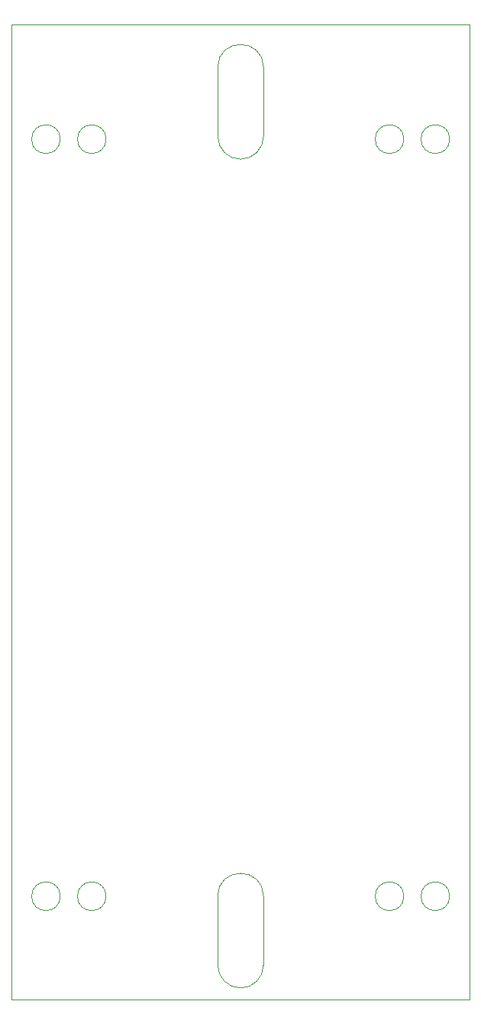
<source format=gm1>
G04 #@! TF.GenerationSoftware,KiCad,Pcbnew,(5.1.5)-3*
G04 #@! TF.CreationDate,2020-05-28T10:53:55-07:00*
G04 #@! TF.ProjectId,Plug_Pass_arduino_shield,506c7567-5f50-4617-9373-5f6172647569,v1.2*
G04 #@! TF.SameCoordinates,Original*
G04 #@! TF.FileFunction,Profile,NP*
%FSLAX46Y46*%
G04 Gerber Fmt 4.6, Leading zero omitted, Abs format (unit mm)*
G04 Created by KiCad (PCBNEW (5.1.5)-3) date 2020-05-28 10:53:55*
%MOMM*%
%LPD*%
G04 APERTURE LIST*
%ADD10C,0.100000*%
%ADD11C,0.025400*%
G04 APERTURE END LIST*
D10*
X84137500Y-138430000D02*
G75*
G03X84137500Y-138430000I-1587500J0D01*
G01*
X127317500Y-138430000D02*
G75*
G03X127317500Y-138430000I-1587500J0D01*
G01*
X127317500Y-54610000D02*
G75*
G03X127317500Y-54610000I-1587500J0D01*
G01*
X84137500Y-54610000D02*
G75*
G03X84137500Y-54610000I-1587500J0D01*
G01*
X89217500Y-138430000D02*
G75*
G03X89217500Y-138430000I-1587500J0D01*
G01*
X122237500Y-138430000D02*
G75*
G03X122237500Y-138430000I-1587500J0D01*
G01*
X89217500Y-54610000D02*
G75*
G03X89217500Y-54610000I-1587500J0D01*
G01*
X122237500Y-54610000D02*
G75*
G03X122237500Y-54610000I-1587500J0D01*
G01*
X101594922Y-46672498D02*
G75*
G02X106680000Y-46672500I2542539J-1D01*
G01*
X106674922Y-54292500D02*
G75*
G02X101600000Y-54292498I-2537461J1D01*
G01*
X101600000Y-46672500D02*
X101600000Y-54292500D01*
X106680000Y-46672500D02*
X106680000Y-54292500D01*
X106674920Y-146050000D02*
G75*
G02X101600000Y-146049999I-2537460J0D01*
G01*
X101594920Y-138430000D02*
G75*
G02X106680000Y-138430000I2542540J0D01*
G01*
X106680000Y-138430000D02*
X106680000Y-146050000D01*
X101600000Y-138430000D02*
X101600000Y-146050000D01*
D11*
X78740000Y-41910000D02*
X129540000Y-41910000D01*
X129540000Y-41910000D02*
X129540000Y-149860000D01*
X78740000Y-149860000D02*
X129540000Y-149860000D01*
X78740000Y-149860000D02*
X78740000Y-41910000D01*
M02*

</source>
